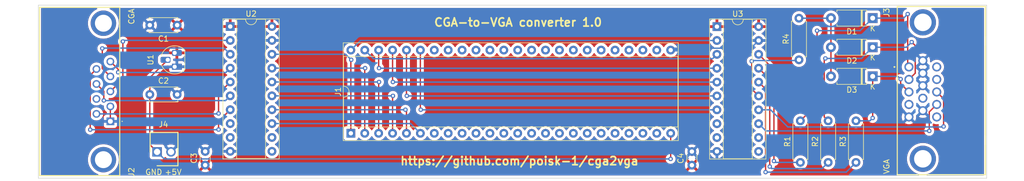
<source format=kicad_pcb>
(kicad_pcb (version 20211014) (generator pcbnew)
  (layers (0 "F.Cu" signal) (31 "B.Cu" signal) (34 "B.Paste" user) (35 "F.Paste" user) (36 "B.SilkS" user "B.Silkscreen") (37 "F.SilkS" user "F.Silkscreen") (38 "B.Mask" user) (39 "F.Mask" user) (44 "Edge.Cuts" user))
  (net 0 "")
  (net 1 "VCC")
  (net 2 "GND")
  (net 3 "+5V")
  (net 4 "VGA_R")
  (net 5 "Net-(D1-Pad2)")
  (net 6 "VGA_G")
  (net 7 "VGA_B")
  (net 8 "/CAP_RGBI_0")
  (net 9 "/CAP_RGBI_1")
  (net 11 "/CAP_RGBI_2")
  (net 13 "/CAP_RGBI_3")
  (net 15 "/CAP_SYNC_0")
  (net 17 "/CAP_SYNC_1")
  (net 44 "/GEN_SYNC_1")
  (net 46 "/GEN_SYNC_0")
  (net 48 "/GEN_RGBI_3")
  (net 50 "/GEN_RGBI_2")
  (net 52 "/GEN_RGBI_1")
  (net 53 "/GEN_RGBI_0")
  (net 54 "CGA_R")
  (net 55 "CGA_G")
  (net 56 "CGA_B")
  (net 57 "CGA_I")
  (net 59 "CGA_HSYNC")
  (net 60 "CGA_VSYNC")
  (net 65 "VGA_HSYNC")
  (net 66 "VGA_VSYNC")
  (net 68 "Net-(R1-Pad1)")
  (net 69 "Net-(R2-Pad1)")
  (net 70 "Net-(R3-Pad1)")
  (net 71 "Net-(R4-Pad1)")
  (footprint "Diode_THT:D_A-405_P7.62mm_Horizontal" (layer "F.Cu") (at 201.168 91.679 180)
    (fp_text reference "D3" (at 3.81 -2.47) (layer "F.SilkS"))
    (fp_text value "1N4007")
    (fp_text user "K" (at 0 -1.9) (layer "F.SilkS"))
    (fp_line (start 1.09 1.47) (end 6.53 1.47) (layer "F.SilkS") (width 0.12))
    (fp_line (start 6.53 -1.47) (end 6.53 -1.14) (layer "F.SilkS") (width 0.12))
    (fp_line (start 1.87 -1.47) (end 1.87 1.47) (layer "F.SilkS") (width 0.12))
    (fp_line (start 1.09 1.14) (end 1.09 1.47) (layer "F.SilkS") (width 0.12))
    (fp_line (start 1.09 -1.14) (end 1.09 -1.47) (layer "F.SilkS") (width 0.12))
    (fp_line (start 1.09 -1.47) (end 6.53 -1.47) (layer "F.SilkS") (width 0.12))
    (fp_line (start 2.11 -1.47) (end 2.11 1.47) (layer "F.SilkS") (width 0.12))
    (fp_line (start 6.53 1.47) (end 6.53 1.14) (layer "F.SilkS") (width 0.12))
    (fp_line (start 1.99 -1.47) (end 1.99 1.47) (layer "F.SilkS") (width 0.12))
    (pad "1" thru_hole rect locked (at 0 0 180) (size 1.8 1.8) (drill 0.9) (layers *.Cu *.Mask) (net 7 "VGA_B"))
    (pad "2" thru_hole oval locked (at 7.62 0 180) (size 1.8 1.8) (drill 0.9) (layers *.Cu *.Mask) (net 5 "Net-(D1-Pad2)"))
  )
  (footprint "Resistor_THT:R_Axial_DIN0207_L6.3mm_D2.5mm_P7.62mm_Horizontal" (layer "F.Cu") (at 187.96 107.442 90)
    (fp_text reference "R1" (at 3.81 -2.37 90) (layer "F.SilkS"))
    (fp_text value "470")
    (fp_line (start 0.54 -1.37) (end 7.08 -1.37) (layer "F.SilkS") (width 0.12))
    (fp_line (start 0.54 -1.04) (end 0.54 -1.37) (layer "F.SilkS") (width 0.12))
    (fp_line (start 7.08 1.37) (end 7.08 1.04) (layer "F.SilkS") (width 0.12))
    (fp_line (start 0.54 1.37) (end 7.08 1.37) (layer "F.SilkS") (width 0.12))
    (fp_line (start 0.54 1.04) (end 0.54 1.37) (layer "F.SilkS") (width 0.12))
    (fp_line (start 7.08 -1.37) (end 7.08 -1.04) (layer "F.SilkS") (width 0.12))
    (pad "1" thru_hole circle locked (at 0 0 90) (size 1.6 1.6) (drill 0.8) (layers *.Cu *.Mask) (net 68 "Net-(R1-Pad1)"))
    (pad "2" thru_hole oval locked (at 7.62 0 90) (size 1.6 1.6) (drill 0.8) (layers *.Cu *.Mask) (net 4 "VGA_R"))
  )
  (footprint "Resistor_THT:R_Axial_DIN0207_L6.3mm_D2.5mm_P7.62mm_Horizontal" (layer "F.Cu") (at 193.04 107.442 90)
    (fp_text reference "R2" (at 3.81 -2.37 90) (layer "F.SilkS"))
    (fp_text value "470")
    (fp_line (start 0.54 1.37) (end 7.08 1.37) (layer "F.SilkS") (width 0.12))
    (fp_line (start 7.08 -1.37) (end 7.08 -1.04) (layer "F.SilkS") (width 0.12))
    (fp_line (start 7.08 1.37) (end 7.08 1.04) (layer "F.SilkS") (width 0.12))
    (fp_line (start 0.54 -1.37) (end 7.08 -1.37) (layer "F.SilkS") (width 0.12))
    (fp_line (start 0.54 -1.04) (end 0.54 -1.37) (layer "F.SilkS") (width 0.12))
    (fp_line (start 0.54 1.04) (end 0.54 1.37) (layer "F.SilkS") (width 0.12))
    (pad "1" thru_hole circle locked (at 0 0 90) (size 1.6 1.6) (drill 0.8) (layers *.Cu *.Mask) (net 69 "Net-(R2-Pad1)"))
    (pad "2" thru_hole oval locked (at 7.62 0 90) (size 1.6 1.6) (drill 0.8) (layers *.Cu *.Mask) (net 6 "VGA_G"))
  )
  (footprint "Resistor_THT:R_Axial_DIN0207_L6.3mm_D2.5mm_P7.62mm_Horizontal" (layer "F.Cu") (at 198.12 107.442 90)
    (fp_text reference "R3" (at 3.81 -2.37 90) (layer "F.SilkS"))
    (fp_text value "470")
    (fp_line (start 0.54 1.04) (end 0.54 1.37) (layer "F.SilkS") (width 0.12))
    (fp_line (start 7.08 1.37) (end 7.08 1.04) (layer "F.SilkS") (width 0.12))
    (fp_line (start 7.08 -1.37) (end 7.08 -1.04) (layer "F.SilkS") (width 0.12))
    (fp_line (start 0.54 -1.37) (end 7.08 -1.37) (layer "F.SilkS") (width 0.12))
    (fp_line (start 0.54 -1.04) (end 0.54 -1.37) (layer "F.SilkS") (width 0.12))
    (fp_line (start 0.54 1.37) (end 7.08 1.37) (layer "F.SilkS") (width 0.12))
    (pad "1" thru_hole circle locked (at 0 0 90) (size 1.6 1.6) (drill 0.8) (layers *.Cu *.Mask) (net 70 "Net-(R3-Pad1)"))
    (pad "2" thru_hole oval locked (at 7.62 0 90) (size 1.6 1.6) (drill 0.8) (layers *.Cu *.Mask) (net 7 "VGA_B"))
  )
  (footprint "Package_DIP:DIP-48_W15.24mm_Socket" (layer "F.Cu") (at 105.852 102.108 90)
    (fp_text reference "J1" (at 7.62 -2.33 90) (layer "F.SilkS"))
    (fp_text value "Conn_02x24_Counter_Clockwise")
    (fp_line (start 14.08 59.75) (end 14.08 -1.33) (layer "F.SilkS") (width 0.12))
    (fp_line (start -1.33 -1.39) (end -1.33 59.81) (layer "F.SilkS") (width 0.12))
    (fp_line (start 16.57 -1.39) (end -1.33 -1.39) (layer "F.SilkS") (width 0.12))
    (fp_line (start 14.08 -1.33) (end 8.62 -1.33) (layer "F.SilkS") (width 0.12))
    (fp_line (start 6.62 -1.33) (end 1.16 -1.33) (layer "F.SilkS") (width 0.12))
    (fp_line (start -1.33 59.81) (end 16.57 59.81) (layer "F.SilkS") (width 0.12))
    (fp_line (start 16.57 59.81) (end 16.57 -1.39) (layer "F.SilkS") (width 0.12))
    (fp_line (start 1.16 -1.33) (end 1.16 59.75) (layer "F.SilkS") (width 0.12))
    (fp_line (start 1.16 59.75) (end 14.08 59.75) (layer "F.SilkS") (width 0.12))
    (fp_arc (start 8.62 -1.33) (mid 7.62 -0.33) (end 6.62 -1.33) (layer "F.SilkS") (width 0.12))
    (pad "1" thru_hole rect locked (at 0 0 90) (size 1.6 1.6) (drill 0.8) (layers *.Cu *.Mask) (net 8 "/CAP_RGBI_0"))
    (pad "2" thru_hole oval locked (at 0 2.54 90) (size 1.6 1.6) (drill 0.8) (layers *.Cu *.Mask) (net 9 "/CAP_RGBI_1"))
    (pad "3" thru_hole oval locked (at 0 5.08 90) (size 1.6 1.6) (drill 0.8) (layers *.Cu *.Mask) (net 11 "/CAP_RGBI_2"))
    (pad "4" thru_hole oval locked (at 0 7.62 90) (size 1.6 1.6) (drill 0.8) (layers *.Cu *.Mask) (net 13 "/CAP_RGBI_3"))
    (pad "5" thru_hole oval locked (at 0 10.16 90) (size 1.6 1.6) (drill 0.8) (layers *.Cu *.Mask) (net 15 "/CAP_SYNC_0"))
    (pad "6" thru_hole oval locked (at 0 12.7 90) (size 1.6 1.6) (drill 0.8) (layers *.Cu *.Mask) (net 17 "/CAP_SYNC_1"))
    (pad "7" thru_hole oval locked (at 0 15.24 90) (size 1.6 1.6) (drill 0.8) (layers *.Cu *.Mask))
    (pad "8" thru_hole oval locked (at 0 17.78 90) (size 1.6 1.6) (drill 0.8) (layers *.Cu *.Mask))
    (pad "9" thru_hole oval locked (at 0 20.32 90) (size 1.6 1.6) (drill 0.8) (layers *.Cu *.Mask))
    (pad "10" thru_hole oval locked (at 0 22.86 90) (size 1.6 1.6) (drill 0.8) (layers *.Cu *.Mask))
    (pad "11" thru_hole oval locked (at 0 25.4 90) (size 1.6 1.6) (drill 0.8) (layers *.Cu *.Mask))
    (pad "12" thru_hole oval locked (at 0 27.94 90) (size 1.6 1.6) (drill 0.8) (layers *.Cu *.Mask))
    (pad "13" thru_hole oval locked (at 0 30.48 90) (size 1.6 1.6) (drill 0.8) (layers *.Cu *.Mask))
    (pad "14" thru_hole oval locked (at 0 33.02 90) (size 1.6 1.6) (drill 0.8) (layers *.Cu *.Mask))
    (pad "15" thru_hole oval locked (at 0 35.56 90) (size 1.6 1.6) (drill 0.8) (layers *.Cu *.Mask))
    (pad "16" thru_hole oval locked (at 0 38.1 90) (size 1.6 1.6) (drill 0.8) (layers *.Cu *.Mask))
    (pad "17" thru_hole oval locked (at 0 40.64 90) (size 1.6 1.6) (drill 0.8) (layers *.Cu *.Mask))
    (pad "18" thru_hole oval locked (at 0 43.18 90) (size 1.6 1.6) (drill 0.8) (layers *.Cu *.Mask))
    (pad "19" thru_hole oval locked (at 0 45.72 90) (size 1.6 1.6) (drill 0.8) (layers *.Cu *.Mask))
    (pad "20" thru_hole oval locked (at 0 48.26 90) (size 1.6 1.6) (drill 0.8) (layers *.Cu *.Mask))
    (pad "21" thru_hole oval locked (at 0 50.8 90) (size 1.6 1.6) (drill 0.8) (layers *.Cu *.Mask))
    (pad "22" thru_hole oval locked (at 0 53.34 90) (size 1.6 1.6) (drill 0.8) (layers *.Cu *.Mask))
    (pad "23" thru_hole oval locked (at 0 55.88 90) (size 1.6 1.6) (drill 0.8) (layers *.Cu *.Mask))
    (pad "24" thru_hole oval locked (at 0 58.42 90) (size 1.6 1.6) (drill 0.8) (layers *.Cu *.Mask) (net 3 "+5V"))
    (pad "25" thru_hole oval locked (at 15.24 58.42 90) (size 1.6 1.6) (drill 0.8) (layers *.Cu *.Mask) (net 2 "GND"))
    (pad "26" thru_hole oval locked (at 15.24 55.88 90) (size 1.6 1.6) (drill 0.8) (layers *.Cu *.Mask))
    (pad "27" thru_hole oval locked (at 15.24 53.34 90) (size 1.6 1.6) (drill 0.8) (layers *.Cu *.Mask))
    (pad "28" thru_hole oval locked (at 15.24 50.8 90) (size 1.6 1.6) (drill 0.8) (layers *.Cu *.Mask))
    (pad "29" thru_hole oval locked (at 15.24 48.26 90) (size 1.6 1.6) (drill 0.8) (layers *.Cu *.Mask))
    (pad "30" thru_hole oval locked (at 15.24 45.72 90) (size 1.6 1.6) (drill 0.8) (layers *.Cu *.Mask))
    (pad "31" thru_hole oval locked (at 15.24 43.18 90) (size 1.6 1.6) (drill 0.8) (layers *.Cu *.Mask))
    (pad "32" thru_hole oval locked (at 15.24 40.64 90) (size 1.6 1.6) (drill 0.8) (layers *.Cu *.Mask))
    (pad "33" thru_hole oval locked (at 15.24 38.1 90) (size 1.6 1.6) (drill 0.8) (layers *.Cu *.Mask))
    (pad "34" thru_hole oval locked (at 15.24 35.56 90) (size 1.6 1.6) (drill 0.8) (layers *.Cu *.Mask))
    (pad "35" thru_hole oval locked (at 15.24 33.02 90) (size 1.6 1.6) (drill 0.8) (layers *.Cu *.Mask))
    (pad "36" thru_hole oval locked (at 15.24 30.48 90) (size 1.6 1.6) (drill 0.8) (layers *.Cu *.Mask))
    (pad "37" thru_hole oval locked (at 15.24 27.94 90) (size 1.6 1.6) (drill 0.8) (layers *.Cu *.Mask))
    (pad "38" thru_hole oval locked (at 15.24 25.4 90) (size 1.6 1.6) (drill 0.8) (layers *.Cu *.Mask))
    (pad "39" thru_hole oval locked (at 15.24 22.86 90) (size 1.6 1.6) (drill 0.8) (layers *.Cu *.Mask))
    (pad "40" thru_hole oval locked (at 15.24 20.32 90) (size 1.6 1.6) (drill 0.8) (layers *.Cu *.Mask))
    (pad "41" thru_hole oval locked (at 15.24 17.78 90) (size 1.6 1.6) (drill 0.8) (layers *.Cu *.Mask))
    (pad "42" thru_hole oval locked (at 15.24 15.24 90) (size 1.6 1.6) (drill 0.8) (layers *.Cu *.Mask))
    (pad "43" thru_hole oval locked (at 15.24 12.7 90) (size 1.6 1.6) (drill 0.8) (layers *.Cu *.Mask) (net 44 "/GEN_SYNC_1"))
    (pad "44" thru_hole oval locked (at 15.24 10.16 90) (size 1.6 1.6) (drill 0.8) (layers *.Cu *.Mask) (net 46 "/GEN_SYNC_0"))
    (pad "45" thru_hole oval locked (at 15.24 7.62 90) (size 1.6 1.6) (drill 0.8) (layers *.Cu *.Mask) (net 48 "/GEN_RGBI_3"))
    (pad "46" thru_hole oval locked (at 15.24 5.08 90) (size 1.6 1.6) (drill 0.8) (layers *.Cu *.Mask) (net 50 "/GEN_RGBI_2"))
    (pad "47" thru_hole oval locked (at 15.24 2.54 90) (size 1.6 1.6) (drill 0.8) (layers *.Cu *.Mask) (net 52 "/GEN_RGBI_1"))
    (pad "48" thru_hole oval locked (at 15.24 0 90) (size 1.6 1.6) (drill 0.8) (layers *.Cu *.Mask) (net 53 "/GEN_RGBI_0"))
  )
  (footprint "Diode_THT:D_A-405_P7.62mm_Horizontal" (layer "F.Cu") (at 201.168 86.345 180)
    (fp_text reference "D2" (at 3.81 -2.47) (layer "F.SilkS"))
    (fp_text value "1N4007")
    (fp_text user "K" (at 0 -1.9) (layer "F.SilkS"))
    (fp_line (start 1.09 -1.47) (end 6.53 -1.47) (layer "F.SilkS") (width 0.12))
    (fp_line (start 6.53 1.47) (end 6.53 1.14) (layer "F.SilkS") (width 0.12))
    (fp_line (start 1.09 1.47) (end 6.53 1.47) (layer "F.SilkS") (width 0.12))
    (fp_line (start 2.11 -1.47) (end 2.11 1.47) (layer "F.SilkS") (width 0.12))
    (fp_line (start 1.87 -1.47) (end 1.87 1.47) (layer "F.SilkS") (width 0.12))
    (fp_line (start 1.09 -1.14) (end 1.09 -1.47) (layer "F.SilkS") (width 0.12))
    (fp_line (start 1.09 1.14) (end 1.09 1.47) (layer "F.SilkS") (width 0.12))
    (fp_line (start 6.53 -1.47) (end 6.53 -1.14) (layer "F.SilkS") (width 0.12))
    (fp_line (start 1.99 -1.47) (end 1.99 1.47) (layer "F.SilkS") (width 0.12))
    (pad "1" thru_hole rect locked (at 0 0 180) (size 1.8 1.8) (drill 0.9) (layers *.Cu *.Mask) (net 6 "VGA_G"))
    (pad "2" thru_hole oval locked (at 7.62 0 180) (size 1.8 1.8) (drill 0.9) (layers *.Cu *.Mask) (net 5 "Net-(D1-Pad2)"))
  )
  (footprint "cga2vga:SHDR2W66P0X254_1X2_508X572X813P" (layer "F.Cu") (at 70.4596 105.5116)
    (fp_text reference "J4" (at 1.1684 -5.0292) (layer "F.SilkS") (effects (font (thickness 0.14986))))
    (fp_text value "5V" hide)
    (fp_line (start 0 2.54) (end 3.81 2.54) (layer "F.SilkS") (width 0.2))
    (fp_line (start -1.27 -3.556) (end -1.27 0) (layer "F.SilkS") (width 0.2))
    (fp_line (start 3.81 2.54) (end 3.81 -3.556) (layer "F.SilkS") (width 0.2))
    (fp_line (start 3.81 -3.556) (end -1.27 -3.556) (layer "F.SilkS") (width 0.2))
    (pad "1" thru_hole rect locked (at 0 0) (size 1.725 1.725) (drill 1.15) (layers *.Cu *.Mask) (net 3 "+5V"))
    (pad "2" thru_hole circle locked (at 2.54 0) (size 1.725 1.725) (drill 1.15) (layers *.Cu *.Mask) (net 2 "GND"))
  )
  (footprint "Package_DIP:DIP-20_W7.62mm_Socket" (layer "F.Cu") (at 83.82 82.55)
    (fp_text reference "U2" (at 3.81 -2.33) (layer "F.SilkS"))
    (fp_text value "SN74LVC245A")
    (fp_line (start 1.16 -1.33) (end 1.16 24.19) (layer "F.SilkS") (width 0.12))
    (fp_line (start 8.95 -1.39) (end -1.33 -1.39) (layer "F.SilkS") (width 0.12))
    (fp_line (start 1.16 24.19) (end 6.46 24.19) (layer "F.SilkS") (width 0.12))
    (fp_line (start -1.33 24.25) (end 8.95 24.25) (layer "F.SilkS") (width 0.12))
    (fp_line (start 8.95 24.25) (end 8.95 -1.39) (layer "F.SilkS") (width 0.12))
    (fp_line (start 6.46 -1.33) (end 4.81 -1.33) (layer "F.SilkS") (width 0.12))
    (fp_line (start 2.81 -1.33) (end 1.16 -1.33) (layer "F.SilkS") (width 0.12))
    (fp_line (start 6.46 24.19) (end 6.46 -1.33) (layer "F.SilkS") (width 0.12))
    (fp_line (start -1.33 -1.39) (end -1.33 24.25) (layer "F.SilkS") (width 0.12))
    (fp_arc (start 4.81 -1.33) (mid 3.81 -0.33) (end 2.81 -1.33) (layer "F.SilkS") (width 0.12))
    (pad "1" thru_hole rect locked (at 0 0) (size 1.6 1.6) (drill 0.8) (layers *.Cu *.Mask) (net 1 "VCC"))
    (pad "2" thru_hole oval locked (at 0 2.54) (size 1.6 1.6) (drill 0.8) (layers *.Cu *.Mask) (net 54 "CGA_R"))
    (pad "3" thru_hole oval locked (at 0 5.08) (size 1.6 1.6) (drill 0.8) (layers *.Cu *.Mask) (net 55 "CGA_G"))
    (pad "4" thru_hole oval locked (at 0 7.62) (size 1.6 1.6) (drill 0.8) (layers *.Cu *.Mask) (net 56 "CGA_B"))
    (pad "5" thru_hole oval locked (at 0 10.16) (size 1.6 1.6) (drill 0.8) (layers *.Cu *.Mask) (net 57 "CGA_I"))
    (pad "6" thru_hole oval locked (at 0 12.7) (size 1.6 1.6) (drill 0.8) (layers *.Cu *.Mask) (net 59 "CGA_HSYNC"))
    (pad "7" thru_hole oval locked (at 0 15.24) (size 1.6 1.6) (drill 0.8) (layers *.Cu *.Mask) (net 60 "CGA_VSYNC"))
    (pad "8" thru_hole oval locked (at 0 17.78) (size 1.6 1.6) (drill 0.8) (layers *.Cu *.Mask))
    (pad "9" thru_hole oval locked (at 0 20.32) (size 1.6 1.6) (drill 0.8) (layers *.Cu *.Mask))
    (pad "10" thru_hole oval locked (at 0 22.86) (size 1.6 1.6) (drill 0.8) (layers *.Cu *.Mask) (net 2 "GND"))
    (pad "11" thru_hole oval locked (at 7.62 22.86) (size 1.6 1.6) (drill 0.8) (layers *.Cu *.Mask))
    (pad "12" thru_hole oval locked (at 7.62 20.32) (size 1.6 1.6) (drill 0.8) (layers *.Cu *.Mask))
    (pad "13" thru_hole oval locked (at 7.62 17.78) (size 1.6 1.6) (drill 0.8) (layers *.Cu *.Mask) (net 17 "/CAP_SYNC_1"))
    (pad "14" thru_hole oval locked (at 7.62 15.24) (size 1.6 1.6) (drill 0.8) (layers *.Cu *.Mask) (net 15 "/CAP_SYNC_0"))
    (pad "15" thru_hole oval locked (at 7.62 12.7) (size 1.6 1.6) (drill 0.8) (layers *.Cu *.Mask) (net 13 "/CAP_RGBI_3"))
    (pad "16" thru_hole oval locked (at 7.62 10.16) (size 1.6 1.6) (drill 0.8) (layers *.Cu *.Mask) (net 11 "/CAP_RGBI_2"))
    (pad "17" thru_hole oval locked (at 7.62 7.62) (size 1.6 1.6) (drill 0.8) (layers *.Cu *.Mask) (net 9 "/CAP_RGBI_1"))
    (pad "18" thru_hole oval locked (at 7.62 5.08) (size 1.6 1.6) (drill 0.8) (layers *.Cu *.Mask) (net 8 "/CAP_RGBI_0"))
    (pad "19" thru_hole oval locked (at 7.62 2.54) (size 1.6 1.6) (drill 0.8) (layers *.Cu *.Mask) (net 2 "GND"))
    (pad "20" thru_hole oval locked (at 7.62 0) (size 1.6 1.6) (drill 0.8) (layers *.Cu *.Mask) (net 1 "VCC"))
  )
  (footprint "Resistor_THT:R_Axial_DIN0207_L6.3mm_D2.5mm_P7.62mm_Horizontal" (layer "F.Cu") (at 187.706 88.646 90)
    (fp_text reference "R4" (at 3.81 -2.37 90) (layer "F.SilkS"))
    (fp_text value "470")
    (fp_line (start 0.54 -1.37) (end 7.08 -1.37) (layer "F.SilkS") (width 0.12))
    (fp_line (start 7.08 -1.37) (end 7.08 -1.04) (layer "F.SilkS") (width 0.12))
    (fp_line (start 0.54 1.04) (end 0.54 1.37) (layer "F.SilkS") (width 0.12))
    (fp_line (start 0.54 -1.04) (end 0.54 -1.37) (layer "F.SilkS") (width 0.12))
    (fp_line (start 0.54 1.37) (end 7.08 1.37) (layer "F.SilkS") (width 0.12))
    (fp_line (start 7.08 1.37) (end 7.08 1.04) (layer "F.SilkS") (width 0.12))
    (pad "1" thru_hole circle locked (at 0 0 90) (size 1.6 1.6) (drill 0.8) (layers *.Cu *.Mask) (net 71 "Net-(R4-Pad1)"))
    (pad "2" thru_hole oval locked (at 7.62 0 90) (size 1.6 1.6) (drill 0.8) (layers *.Cu *.Mask) (net 5 "Net-(D1-Pad2)"))
  )
  (footprint "Diode_THT:D_A-405_P7.62mm_Horizontal" (layer "F.Cu") (at 201.168 81.011 180)
    (fp_text reference "D1" (at 3.81 -2.47) (layer "F.SilkS"))
    (fp_text value "1N4007")
    (fp_text user "K" (at 0 -1.9) (layer "F.SilkS"))
    (fp_line (start 1.09 1.14) (end 1.09 1.47) (layer "F.SilkS") (width 0.12))
    (fp_line (start 1.09 -1.14) (end 1.09 -1.47) (layer "F.SilkS") (width 0.12))
    (fp_line (start 1.09 1.47) (end 6.53 1.47) (layer "F.SilkS") (width 0.12))
    (fp_line (start 6.53 -1.47) (end 6.53 -1.14) (layer "F.SilkS") (width 0.12))
    (fp_line (start 1.87 -1.47) (end 1.87 1.47) (layer "F.SilkS") (width 0.12))
    (fp_line (start 6.53 1.47) (end 6.53 1.14) (layer "F.SilkS") (width 0.12))
    (fp_line (start 2.11 -1.47) (end 2.11 1.47) (layer "F.SilkS") (width 0.12))
    (fp_line (start 1.09 -1.47) (end 6.53 -1.47) (layer "F.SilkS") (width 0.12))
    (fp_line (start 1.99 -1.47) (end 1.99 1.47) (layer "F.SilkS") (width 0.12))
    (pad "1" thru_hole rect locked (at 0 0 180) (size 1.8 1.8) (drill 0.9) (layers *.Cu *.Mask) (net 4 "VGA_R"))
    (pad "2" thru_hole oval locked (at 7.62 0 180) (size 1.8 1.8) (drill 0.9) (layers *.Cu *.Mask) (net 5 "Net-(D1-Pad2)"))
  )
  (footprint "cga2vga:LD09S13A4GX00LF" (layer "F.Cu") (at 61.9252 99.9236 -90)
    (fp_text reference "J2" (at 9.2964 -3.8608 -90) (layer "F.SilkS"))
    (fp_text value "CGA" (at -19.2024 -3.8608 -90) (layer "F.SilkS"))
    (fp_line (start -20.885 -1.71) (end 9.925 -1.71) (layer "F.SilkS") (width 0.2))
    (fp_line (start 9.925 -1.71) (end 9.925 12.94) (layer "F.SilkS") (width 0.2))
    (fp_line (start 0 -2.1) (end 0 -2.1) (layer "F.SilkS") (width 0.1))
    (fp_line (start -20.885 12.94) (end -20.885 -1.71) (layer "F.SilkS") (width 0.2))
    (fp_line (start 9.925 12.94) (end -20.885 12.94) (layer "F.SilkS") (width 0.2))
    (fp_line (start 0 -2.2) (end 0 -2.2) (layer "F.SilkS") (width 0.1))
    (fp_arc (start 0 -2.1) (mid -0.05 -2.15) (end 0 -2.2) (layer "F.SilkS") (width 0.1))
    (fp_arc (start 0 -2.2) (mid 0.05 -2.15) (end 0 -2.1) (layer "F.SilkS") (width 0.1))
    (pad "1" thru_hole rect (at 0 0 270) (size 1.4 1.4) (drill 0.9) (layers *.Cu *.Mask) (net 2 "GND"))
    (pad "2" thru_hole circle (at -2.74 0 270) (size 1.4 1.4) (drill 0.9) (layers *.Cu *.Mask) (net 2 "GND"))
    (pad "3" thru_hole circle (at -5.48 0 270) (size 1.4 1.4) (drill 0.9) (layers *.Cu *.Mask) (net 54 "CGA_R"))
    (pad "4" thru_hole circle (at -8.22 0 270) (size 1.4 1.4) (drill 0.9) (layers *.Cu *.Mask) (net 55 "CGA_G"))
    (pad "5" thru_hole circle (at -10.96 0 270) (size 1.4 1.4) (drill 0.9) (layers *.Cu *.Mask) (net 56 "CGA_B"))
    (pad "6" thru_hole circle (at -1.37 2.54 270) (size 1.4 1.4) (drill 0.9) (layers *.Cu *.Mask) (net 57 "CGA_I"))
    (pad "7" thru_hole circle (at -4.11 2.54 270) (size 1.4 1.4) (drill 0.9) (layers *.Cu *.Mask))
    (pad "8" thru_hole circle (at -6.85 2.54 270) (size 1.4 1.4) (drill 0.9) (layers *.Cu *.Mask) (net 59 "CGA_HSYNC"))
    (pad "9" thru_hole circle (at -9.59 2.54 270) (size 1.4 1.4) (drill 0.9) (layers *.Cu *.Mask) (net 60 "CGA_VSYNC"))
    (pad "MH1" thru_hole circle (at 7.015 1.27 270) (size 4.65 4.65) (drill 3.1) (layers *.Cu *.Mask))
    (pad "MH2" thru_hole circle (at -17.975 1.27 270) (size 4.65 4.65) (drill 3.1) (layers *.Cu *.Mask))
  )
  (footprint "Package_DIP:DIP-20_W7.62mm_Socket" (layer "F.Cu") (at 172.72 82.57)
    (fp_text reference "U3" (at 3.81 -2.33) (layer "F.SilkS"))
    (fp_text value "SN74LVC245A")
    (fp_line (start 6.46 -1.33) (end 4.81 -1.33) (layer "F.SilkS") (width 0.12))
    (fp_line (start 1.16 24.19) (end 6.46 24.19) (layer "F.SilkS") (width 0.12))
    (fp_line (start 8.95 24.25) (end 8.95 -1.39) (layer "F.SilkS") (width 0.12))
    (fp_line (start 1.16 -1.33) (end 1.16 24.19) (layer "F.SilkS") (width 0.12))
    (fp_line (start 8.95 -1.39) (end -1.33 -1.39) (layer "F.SilkS") (width 0.12))
    (fp_line (start -1.33 -1.39) (end -1.33 24.25) (layer "F.SilkS") (width 0.12))
    (fp_line (start -1.33 24.25) (end 8.95 24.25) (layer "F.SilkS") (width 0.12))
    (fp_line (start 6.46 24.19) (end 6.46 -1.33) (layer "F.SilkS") (width 0.12))
    (fp_line (start 2.81 -1.33) (end 1.16 -1.33) (layer "F.SilkS") (width 0.12))
    (fp_arc (start 4.81 -1.33) (mid 3.81 -0.33) (end 2.81 -1.33) (layer "F.SilkS") (width 0.12))
    (pad "1" thru_hole rect locked (at 0 0) (size 1.6 1.6) (drill 0.8) (layers *.Cu *.Mask) (net 1 "VCC"))
    (pad "2" thru_hole oval locked (at 0 2.54) (size 1.6 1.6) (drill 0.8) (layers *.Cu *.Mask) (net 53 "/GEN_RGBI_0"))
    (pad "3" thru_hole oval locked (at 0 5.08) (size 1.6 1.6) (drill 0.8) (layers *.Cu *.Mask) (net 52 "/GEN_RGBI_1"))
    (pad "4" thru_hole oval locked (at 0 7.62) (size 1.6 1.6) (drill 0.8) (layers *.Cu *.Mask) (net 50 "/GEN_RGBI_2"))
    (pad "5" thru_hole oval locked (at 0 10.16) (size 1.6 1.6) (drill 0.8) (layers *.Cu *.Mask) (net 48 "/GEN_RGBI_3"))
    (pad "6" thru_hole oval locked (at 0 12.7) (size 1.6 1.6) (drill 0.8) (layers *.Cu *.Mask) (net 46 "/GEN_SYNC_0"))
    (pad "7" thru_hole oval locked (at 0 15.24) (size 1.6 1.6) (drill 0.8) (layers *.Cu *.Mask) (net 44 "/GEN_SYNC_1"))
    (pad "8" thru_hole oval locked (at 0 17.78) (size 1.6 1.6) (drill 0.8) (layers *.Cu *.Mask))
    (pad "9" thru_hole oval locked (at 0 20.32) (size 1.6 1.6) (drill 0.8) (layers *.Cu *.Mask))
    (pad "10" thru_hole oval locked (at 0 22.86) (size 1.6 1.6) (drill 0.8) (layers *.Cu *.Mask) (net 2 "GND"))
    (pad "11" thru_hole oval locked (at 7.62 22.86) (size 1.6 1.6) (drill 0.8) (layers *.Cu *.Mask))
    (pad "12" thru_hole oval locked (at 7.62 20.32) (size 1.6 1.6) (drill 0.8) (layers *.Cu *.Mask))
    (pad "13" thru_hole oval locked (at 7.62 17.78) (size 1.6 1.6) (drill 0.8) (layers *.Cu *.Mask) (net 66 "VGA_VSYNC"))
    (pad "14" thru_hole oval locked (at 7.62 15.24) (size 1.6 1.6) (drill 0.8) (layers *.Cu *.Mask) (net 65 "VGA_HSYNC"))
    (pad "15" thru_hole oval locked (at 7.62 12.7) (size 1.6 1.6) (drill 0.8) (layers *.Cu *.Mask) (net 71 "Net-(R4-Pad1)"))
    (pad "16" thru_hole oval locked (at 7.62 10.16) (size 1.6 1.6) (drill 0.8) (layers *.Cu *.Mask) (net 70 "Net-(R3-Pad1)"))
    (pad "17" thru_hole oval locked (at 7.62 7.62) (size 1.6 1.6) (drill 0.8) (layers *.Cu *.Mask) (net 69 "Net-(R2-Pad1)"))
    (pad "18" thru_hole oval locked (at 7.62 5.08) (size 1.6 1.6) (drill 0.8) (layers *.Cu *.Mask) (net 68 "Net-(R1-Pad1)"))
    (pad "19" thru_hole oval locked (at 7.62 2.54) (size 1.6 1.6) (drill 0.8) (layers *.Cu *.Mask) (net 2 "GND"))
    (pad "20" thru_hole oval locked (at 7.62 0) (size 1.6 1.6) (drill 0.8) (layers *.Cu *.Mask) (net 1 "VCC"))
  )
  (footprint "Capacitor_THT:C_Disc_D5.0mm_W2.5mm_P5.00mm" (layer "F.Cu") (at 69.128 94.996)
    (fp_text reference "C2" (at 2.5 -2.5) (layer "F.SilkS"))
    (fp_text value "10uF")
    (fp_line (start -0.12 1.37) (end 5.12 1.37) (layer "F.SilkS") (width 0.12))
    (fp_line (start -0.12 -1.37) (end -0.12 -1.055) (layer "F.SilkS") (width 0.12))
    (fp_line (start 5.12 1.055) (end 5.12 1.37) (layer "F.SilkS") (width 0.12))
    (fp_line (start 5.12 -1.37) (end 5.12 -1.055) (layer "F.SilkS") (width 0.12))
    (fp_line (start -0.12 -1.37) (end 5.12 -1.37) (layer "F.SilkS") (width 0.12))
    (fp_line (start -0.12 1.055) (end -0.12 1.37) (layer "F.SilkS") (width 0.12))
    (pad "1" thru_hole circle locked (at 0 0) (size 1.6 1.6) (drill 0.8) (layers *.Cu *.Mask) (net 3 "+5V"))
    (pad "2" thru_hole circle locked (at 5 0) (size 1.6 1.6) (drill 0.8) (layers *.Cu *.Mask) (net 2 "GND"))
  )
  (footprint "Package_TO_SOT_THT:TO-92_HandSolder" (layer "F.Cu") (at 73.672 89.916 90)
    (fp_text reference "U1" (at 1.27 -4.4 90) (layer "F.SilkS"))
    (fp_text value "MCP1700-3302E_TO92")
    (fp_line (start -0.53 1.85) (end 3.07 1.85) (layer "F.SilkS") (width 0.12))
    (fp_arc (start 2.05 -2.45) (mid 3.769931 -0.601036) (end 3.078445 1.827684) (layer "F.SilkS") (width 0.12))
    (fp_arc (start -0.541875 1.841741) (mid -1.247231 -0.581764) (end 0.45 -2.45) (layer "F.SilkS") (width 0.12))
    (pad "1" thru_hole rect locked (at 0 0 90) (size 1.1 1.8) (drill 0.75 (offset 0 0.4)) (layers *.Cu *.Mask) (net 2 "GND"))
    (pad "2" thru_hole roundrect locked (at 1.27 -1.27 90) (size 1.1 1.8) (drill 0.75 (offset 0 -0.4)) (layers *.Cu *.Mask) (net 3 "+5V"))
    (pad "3" thru_hole roundrect locked (at 2.54 0 90) (size 1.1 1.8) (drill 0.75 (offset 0 0.4)) (layers *.Cu *.Mask) (net 1 "VCC"))
  )
  (footprint "Capacitor_THT:C_Disc_D5.0mm_W2.5mm_P5.00mm" (layer "F.Cu") (at 74.128 82.296 180)
    (fp_text reference "C1" (at 2.5 -2.5) (layer "F.SilkS"))
    (fp_text value "10uF")
    (fp_line (start -0.12 1.37) (end 5.12 1.37) (layer "F.SilkS") (width 0.12))
    (fp_line (start 5.12 -1.37) (end 5.12 -1.055) (layer "F.SilkS") (width 0.12))
    (fp_line (start -0.12 1.055) (end -0.12 1.37) (layer "F.SilkS") (width 0.12))
    (fp_line (start -0.12 -1.37) (end -0.12 -1.055) (layer "F.SilkS") (width 0.12))
    (fp_line (start -0.12 -1.37) (end 5.12 -1.37) (layer "F.SilkS") (width 0.12))
    (fp_line (start 5.12 1.055) (end 5.12 1.37) (layer "F.SilkS") (width 0.12))
    (pad "1" thru_hole circle locked (at 0 0 180) (size 1.6 1.6) (drill 0.8) (layers *.Cu *.Mask) (net 1 "VCC"))
    (pad "2" thru_hole circle locked (at 5 0 180) (size 1.6 1.6) (drill 0.8) (layers *.Cu *.Mask) (net 2 "GND"))
  )
  (footprint "cga2vga:L77HDE15SD1CH4F" (layer "F.Cu") (at 207.7928 89.9548 90)
    (fp_text reference "J3" (at 9.9448 -4.0848 90) (layer "F.SilkS"))
    (fp_text value "VGA" (at -18.2492 -4.0848 90) (layer "F.SilkS"))
    (fp_line (start 5.67 13.97) (end 10.67 13.97) (layer "F.SilkS") (width 0.2))
    (fp_line (start -19.33 13.97) (end -14.33 13.97) (layer "F.SilkS") (width 0.2))
    (fp_line (start 11.075 -2.13) (end 11.075 13.97) (layer "F.SilkS") (width 0.2))
    (fp_line (start 0 -2.7) (end 0 -2.7) (layer "F.SilkS") (width 0.2))
    (fp_line (start -19.735 13.97) (end -19.735 -2.13) (layer "F.SilkS") (width 0.2))
    (fp_line (start -19.735 -2.13) (end 11.075 -2.13) (layer "F.SilkS") (width 0.2))
    (fp_line (start 11.075 13.97) (end -19.735 13.97) (layer "F.SilkS") (width 0.2))
    (fp_line (start 0 -2.6) (end 0 -2.6) (layer "F.SilkS") (width 0.2))
    (fp_line (start 0 -2.7) (end 0 -2.6) (layer "F.SilkS") (width 0.2))
    (fp_line (start -12.495 13.97) (end 3.835 13.97) (layer "F.SilkS") (width 0.2))
    (fp_arc (start 0 -2.6) (mid -0.05 -2.65) (end 0 -2.7) (layer "F.SilkS") (width 0.2))
    (fp_arc (start 0 -2.7) (mid 0.05 -2.65) (end 0 -2.6) (layer "F.SilkS") (width 0.2))
    (pad "1" thru_hole circle (at 0 0 90) (size 1.65 1.65) (drill 1.1) (layers *.Cu *.Mask) (net 4 "VGA_R"))
    (pad "2" thru_hole circle (at -2.29 0 90) (size 1.65 1.65) (drill 1.1) (layers *.Cu *.Mask) (net 6 "VGA_G"))
    (pad "3" thru_hole circle (at -4.58 0 90) (size 1.65 1.65) (drill 1.1) (layers *.Cu *.Mask) (net 7 "VGA_B"))
    (pad "4" thru_hole circle (at -6.87 0 90) (size 1.65 1.65) (drill 1.1) (layers *.Cu *.Mask))
    (pad "5" thru_hole circle (at -9.16 0 90) (size 1.65 1.65) (drill 1.1) (layers *.Cu *.Mask) (net 2 "GND"))
    (pad "6" thru_hole circle (at 1.145 2.54 90) (size 1.65 1.65) (drill 1.1) (layers *.Cu *.Mask) (net 2 "GND"))
    (pad "7" thru_hole circle (at -1.145 2.54 90) (size 1.65 1.65) (drill 1.1) (layers *.Cu *.Mask) (net 2 "GND"))
    (pad "8" thru_hole circle (at -3.435 2.54 90) (size 1.65 1.65) (drill 1.1) (layers *.Cu *.Mask) (net 2 "GND"))
    (pad "9" thru_hole circle (at -5.725 2.54 90) (size 1.65 1.65) (drill 1.1) (layers *.Cu *.Mask))
    (pad "10" thru_hole circle (at -8.015 2.54 90) (size 1.65 1.65) (drill 1.1) (layers *.Cu *.Mask) (net 2 "GND"))
    (pad "11" thru_hole circle (at 0 5.08 90) (size 1.65 1.65) (drill 1.1) (layers *.Cu *.Mask))
    (pad "12" thru_hole circle (at -2.29 5.08 90) (size 1.65 1.65) (drill 1.1) (layers *.Cu *.Mask))
    (pad "13" thru_hole circle (at -4.58 5.08 90) (size 1.65 1.65) (drill 1.1) (layers *.Cu *.Mask) (net 65 "VGA_HSYNC"))
    (pad "14" thru_hole circle (at -6.87 5.08 90) (size 1.65 1.65) (drill 1.1) (layers *.Cu *.Mask) (net 66 "VGA_VSYNC"))
    (pad "15" thru_hole circle (at -9.16 5.08 90) (size 1.65 1.65) (drill 1.1) (layers *.Cu *.Mask))
    (pad "MH1" thru_hole circle (at -16.825 2.54 90) (size 4.8 4.8) (drill 3.2) (layers *.Cu *.Mask))
    (pad "MH2" thru_hole circle (at 8.165 2.54 90) (size 4.8 4.8) (drill 3.2) (layers *.Cu *.Mask))
  )
  (footprint "Capacitor_THT:C_Disc_D3.0mm_W1.6mm_P2.50mm" (layer "F.Cu") (at 168.148 107.95 90)
    (fp_text reference "C4" (at 1.25 -2.05 90) (layer "F.SilkS"))
    (fp_text value "0.1uF")
    (fp_line (start 0.621 0.92) (end 1.879 0.92) (layer "F.SilkS") (width 0.12))
    (fp_line (start 0.621 -0.92) (end 1.879 -0.92) (layer "F.SilkS") (width 0.12))
    (pad "1" thru_hole circle locked (at 0 0 90) (size 1.6 1.6) (drill 0.8) (layers *.Cu *.Mask) (net 1 "VCC"))
    (pad "2" thru_hole circle locked (at 2.5 0 90) (size 1.6 1.6) (drill 0.8) (layers *.Cu *.Mask) (net 2 "GND"))
  )
  (footprint "Capacitor_THT:C_Disc_D3.0mm_W1.6mm_P2.50mm" (layer "F.Cu") (at 79.248 107.93 90)
    (fp_text reference "C3" (at 1.25 -2.05 90) (layer "F.SilkS"))
    (fp_text value "0.1uF")
    (fp_line (start 0.621 0.92) (end 1.879 0.92) (layer "F.SilkS") (width 0.12))
    (fp_line (start 0.621 -0.92) (end 1.879 -0.92) (layer "F.SilkS") (width 0.12))
    (pad "1" thru_hole circle locked (at 0 0 90) (size 1.6 1.6) (drill 0.8) (layers *.Cu *.Mask) (net 1 "VCC"))
    (pad "2" thru_hole circle locked (at 2.5 0 90) (size 1.6 1.6) (drill 0.8) (layers *.Cu *.Mask) (net 2 "GND"))
  )
  (gr_line (start 48.768 78.6384) (end 48.768 110.3376) (layer "Edge.Cuts") (width 0.1))
  (gr_line (start 48.768 110.3376) (end 221.996 110.3376) (layer "Edge.Cuts") (width 0.1))
  (gr_line (start 221.996 110.236) (end 221.996 110.3376) (layer "Edge.Cuts") (width 0.1))
  (gr_line (start 221.996 110.236) (end 221.996 78.74) (layer "Edge.Cuts") (width 0.1))
  (gr_line (start 48.768 78.6384) (end 221.996 78.6384) (layer "Edge.Cuts") (width 0.1))
  (gr_line (start 221.996 78.74) (end 221.996 78.6384) (layer "Edge.Cuts") (width 0.1))
  (gr_text "CGA-to-VGA converter 1.0" (at 136.398 81.788) (layer "F.SilkS") (effects (font (size 1.5 1.5) (thickness 0.3))))
  (gr_text "GND" (at 69.85 109.22) (layer "F.SilkS") (effects (font (size 1 1) (thickness 0.14986))))
  (gr_text "+5V" (at 73.406 109.22) (layer "F.SilkS") (effects (font (size 1 1) (thickness 0.14986))))
  (gr_text "https://github.com/poisk-1/cga2vga" (at 136.652 107.188) (layer "F.SilkS") (effects (font (size 1.5 1.5) (thickness 0.3))))
  (segment (start 61.9252 97.1836) (end 61.9252 99.9236) (width 0.25) (layer "F.Cu") (net 2))
  (segment (start 178.924511 86.525489) (end 180.34 85.11) (width 0.25) (layer "B.Cu") (net 2))
  (segment (start 164.614511 86.525489) (end 178.924511 86.525489) (width 0.25) (layer "B.Cu") (net 2))
  (segment (start 164.272 86.868) (end 164.614511 86.525489) (width 0.25) (layer "B.Cu") (net 2))
  (segment (start 164.2618 106.807) (end 164.272 106.7968) (width 0.25) (layer "F.Cu") (net 3))
  (segment (start 164.272 106.7968) (end 164.272 102.108) (width 0.25) (layer "F.Cu") (net 3))
  (segment (start 69.128 91.92) (end 69.128 94.996) (width 0.25) (layer "F.Cu") (net 3))
  (segment (start 72.402 88.646) (end 69.128 91.92) (width 0.25) (layer "F.Cu") (net 3))
  (segment (start 69.128 94.996) (end 69.128 104.18) (width 0.25) (layer "F.Cu") (net 3))
  (segment (start 69.128 104.18) (end 70.4596 105.5116) (width 0.25) (layer "F.Cu") (net 3))
  (via (at 164.2618 106.807) (size 0.8) (drill 0.4) (layers "F.Cu" "B.Cu") (net 3))
  (segment (start 164.260289 106.805489) (end 164.2618 106.807) (width 0.25) (layer "B.Cu") (net 3))
  (segment (start 70.4596 105.5116) (end 71.753489 106.805489) (width 0.25) (layer "B.Cu") (net 3))
  (segment (start 71.753489 106.805489) (end 164.260289 106.805489) (width 0.25) (layer "B.Cu") (net 3))
  (segment (start 207.5688 80.264) (end 207.5688 89.7308) (width 0.25) (layer "F.Cu") (net 4))
  (segment (start 191.008 83.312) (end 191.008 96.774) (width 0.25) (layer "F.Cu") (net 4))
  (segment (start 191.008 96.774) (end 187.96 99.822) (width 0.25) (layer "F.Cu") (net 4))
  (segment (start 207.5688 89.7308) (end 207.7928 89.9548) (width 0.25) (layer "F.Cu") (net 4))
  (via (at 207.5688 80.264) (size 0.8) (drill 0.4) (layers "F.Cu" "B.Cu") (net 4))
  (via (at 191.008 83.312) (size 0.8) (drill 0.4) (layers "F.Cu" "B.Cu") (net 4))
  (segment (start 201.168 81.011) (end 198.867 83.312) (width 0.25) (layer "B.Cu") (net 4))
  (segment (start 198.867 83.312) (end 191.008 83.312) (width 0.25) (layer "B.Cu") (net 4))
  (segment (start 201.168 81.011) (end 206.8218 81.011) (width 0.25) (layer "B.Cu") (net 4))
  (segment (start 206.8218 81.011) (end 207.5688 80.264) (width 0.25) (layer "B.Cu") (net 4))
  (segment (start 193.548 81.011) (end 193.548 91.679) (width 0.25) (layer "F.Cu") (net 5))
  (segment (start 187.706 81.026) (end 193.533 81.026) (width 0.25) (layer "B.Cu") (net 5))
  (segment (start 208.2933 85.3948) (end 208.942311 86.043811) (width 0.25) (layer "F.Cu") (net 6))
  (segment (start 192.323489 99.105489) (end 193.04 99.822) (width 0.25) (layer "F.Cu") (net 6))
  (segment (start 208.942311 86.043811) (end 208.942311 91.095289) (width 0.25) (layer "F.Cu") (net 6))
  (segment (start 192.323489 88.600511) (end 192.323489 99.105489) (width 0.25) (layer "F.Cu") (net 6))
  (segment (start 192.532 88.392) (end 192.323489 88.600511) (width 0.25) (layer "F.Cu") (net 6))
  (segment (start 208.942311 91.095289) (end 207.7928 92.2448) (width 0.25) (layer "F.Cu") (net 6))
  (via (at 192.532 88.392) (size 0.8) (drill 0.4) (layers "F.Cu" "B.Cu") (net 6))
  (via (at 208.2933 85.3948) (size 0.8) (drill 0.4) (layers "F.Cu" "B.Cu") (net 6))
  (segment (start 201.168 86.345) (end 207.3431 86.345) (width 0.25) (layer "B.Cu") (net 6))
  (segment (start 201.168 86.345) (end 199.121 88.392) (width 0.25) (layer "B.Cu") (net 6))
  (segment (start 207.3431 86.345) (end 208.2933 85.3948) (width 0.25) (layer "B.Cu") (net 6))
  (segment (start 199.121 88.392) (end 192.532 88.392) (width 0.25) (layer "B.Cu") (net 6))
  (segment (start 206.2734 92.1766) (end 206.2734 93.0154) (width 0.25) (layer "F.Cu") (net 7))
  (segment (start 201.168 91.679) (end 201.168 99.314) (width 0.25) (layer "F.Cu") (net 7))
  (segment (start 206.2734 93.0154) (end 207.7928 94.5348) (width 0.25) (layer "F.Cu") (net 7))
  (via (at 206.2734 92.1766) (size 0.8) (drill 0.4) (layers "F.Cu" "B.Cu") (net 7))
  (via (at 201.168 99.314) (size 0.8) (drill 0.4) (layers "F.Cu" "B.Cu") (net 7))
  (segment (start 201.168 99.314) (end 200.66 99.822) (width 0.25) (layer "B.Cu") (net 7))
  (segment (start 201.168 91.679) (end 205.7758 91.679) (width 0.25) (layer "B.Cu") (net 7))
  (segment (start 200.66 99.822) (end 198.12 99.822) (width 0.25) (layer "B.Cu") (net 7))
  (segment (start 205.7758 91.679) (end 206.2734 92.1766) (width 0.25) (layer "B.Cu") (net 7))
  (segment (start 105.852 88.712) (end 105.852 102.108) (width 0.25) (layer "F.Cu") (net 8))
  (segment (start 105.918 88.646) (end 105.852 88.712) (width 0.25) (layer "F.Cu") (net 8))
  (via (at 105.918 88.646) (size 0.8) (drill 0.4) (layers "F.Cu" "B.Cu") (net 8))
  (segment (start 91.44 87.63) (end 104.902 87.63) (width 0.25) (layer "B.Cu") (net 8))
  (segment (start 104.902 87.63) (end 105.918 88.646) (width 0.25) (layer "B.Cu") (net 8))
  (segment (start 108.458 90.17) (end 108.392 90.236) (width 0.25) (layer "F.Cu") (net 9))
  (segment (start 108.392 90.236) (end 108.392 102.108) (width 0.25) (layer "F.Cu") (net 9))
  (via (at 108.458 90.17) (size 0.8) (drill 0.4) (layers "F.Cu" "B.Cu") (net 9))
  (segment (start 91.44 90.17) (end 108.458 90.17) (width 0.25) (layer "B.Cu") (net 9))
  (segment (start 110.932 92.776) (end 110.932 102.108) (width 0.25) (layer "F.Cu") (net 11))
  (segment (start 110.998 92.71) (end 110.932 92.776) (width 0.25) (layer "F.Cu") (net 11))
  (via (at 110.998 92.71) (size 0.8) (drill 0.4) (layers "F.Cu" "B.Cu") (net 11))
  (segment (start 91.44 92.71) (end 110.998 92.71) (width 0.25) (layer "B.Cu") (net 11))
  (segment (start 113.472 95.316) (end 113.472 102.108) (width 0.25) (layer "F.Cu") (net 13))
  (segment (start 113.538 95.25) (end 113.472 95.316) (width 0.25) (layer "F.Cu") (net 13))
  (via (at 113.538 95.25) (size 0.8) (drill 0.4) (layers "F.Cu" "B.Cu") (net 13))
  (segment (start 91.44 95.25) (end 113.538 95.25) (width 0.25) (layer "B.Cu") (net 13))
  (segment (start 116.012 97.978) (end 116.012 102.108) (width 0.25) (layer "F.Cu") (net 15))
  (segment (start 115.824 97.79) (end 116.012 97.978) (width 0.25) (layer "F.Cu") (net 15))
  (via (at 115.824 97.79) (size 0.8) (drill 0.4) (layers "F.Cu" "B.Cu") (net 15))
  (segment (start 91.44 97.79) (end 115.824 97.79) (width 0.25) (layer "B.Cu") (net 15))
  (segment (start 116.774 100.33) (end 118.552 102.108) (width 0.25) (layer "B.Cu") (net 17))
  (segment (start 91.44 100.33) (end 116.774 100.33) (width 0.25) (layer "B.Cu") (net 17))
  (segment (start 118.618 97.79) (end 118.552 97.724) (width 0.25) (layer "F.Cu") (net 44))
  (segment (start 118.552 97.724) (end 118.552 86.868) (width 0.25) (layer "F.Cu") (net 44))
  (via (at 118.618 97.79) (size 0.8) (drill 0.4) (layers "F.Cu" "B.Cu") (net 44))
  (segment (start 118.618 97.79) (end 118.638 97.81) (width 0.25) (layer "B.Cu") (net 44))
  (segment (start 118.638 97.81) (end 172.72 97.81) (width 0.25) (layer "B.Cu") (net 44))
  (segment (start 116.078 95.25) (end 116.012 95.184) (width 0.25) (layer "F.Cu") (net 46))
  (segment (start 116.012 95.184) (end 116.012 86.868) (width 0.25) (layer "F.Cu") (net 46))
  (via (at 116.078 95.25) (size 0.8) (drill 0.4) (layers "F.Cu" "B.Cu") (net 46))
  (segment (start 116.078 95.25) (end 116.098 95.27) (width 0.25) (layer "B.Cu") (net 46))
  (segment (start 116.098 95.27) (end 172.72 95.27) (width 0.25) (layer "B.Cu") (net 46))
  (segment (start 113.472 92.644) (end 113.472 86.868) (width 0.25) (layer "F.Cu") (net 48))
  (segment (start 113.538 92.71) (end 113.472 92.644) (width 0.25) (layer "F.Cu") (net 48))
  (via (at 113.538 92.71) (size 0.8) (drill 0.4) (layers "F.Cu" "B.Cu") (net 48))
  (segment (start 113.558 92.73) (end 172.72 92.73) (width 0.25) (layer "B.Cu") (net 48))
  (segment (start 113.538 92.71) (end 113.558 92.73) (width 0.25) (layer "B.Cu") (net 48))
  (segment (start 110.932 90.104) (end 110.932 86.868) (width 0.25) (layer "F.Cu") (net 50))
  (segment (start 110.998 90.17) (end 110.932 90.104) (width 0.25) (layer "F.Cu") (net 50))
  (via (at 110.998 90.17) (size 0.8) (drill 0.4) (layers "F.Cu" "B.Cu") (net 50))
  (segment (start 110.998 90.17) (end 111.018 90.19) (width 0.25) (layer "B.Cu") (net 50))
  (segment (start 111.018 90.19) (end 172.72 90.19) (width 0.25) (layer "B.Cu") (net 50))
  (segment (start 109.973999 88.449999) (end 171.920001 88.449999) (width 0.25) (layer "B.Cu") (net 52))
  (segment (start 172.72 87.65) (end 171.920001 88.449999) (width 0.25) (layer "B.Cu") (net 52))
  (segment (start 109.973999 88.449999) (end 108.392 86.868) (width 0.25) (layer "B.Cu") (net 52))
  (segment (start 107.61 85.11) (end 172.72 85.11) (width 0.25) (layer "B.Cu") (net 53))
  (segment (start 107.61 85.11) (end 105.852 86.868) (width 0.25) (layer "B.Cu") (net 53))
  (segment (start 64.2112 85.2932) (end 64.2112 92.1576) (width 0.25) (layer "F.Cu") (net 54))
  (segment (start 64.2112 92.1576) (end 61.9252 94.4436) (width 0.25) (layer "F.Cu") (net 54))
  (via (at 64.2112 85.2932) (size 0.8) (drill 0.4) (layers "F.Cu" "B.Cu") (net 54))
  (segment (start 83.82 85.09) (end 64.4144 85.09) (width 0.25) (layer "B.Cu") (net 54))
  (segment (start 64.4144 85.09) (end 64.2112 85.2932) (width 0.25) (layer "B.Cu") (net 54))
  (segment (start 60.452 90.2304) (end 61.9252 91.7036) (width 0.25) (layer "F.Cu") (net 55))
  (segment (start 60.452 86.5632) (end 60.452 90.2304) (width 0.25) (layer "F.Cu") (net 55))
  (via (at 60.452 86.5632) (size 0.8) (drill 0.4) (layers "F.Cu" "B.Cu") (net 55))
  (segment (start 82.69148 86.50148) (end 60.51372 86.50148) (width 0.25) (layer "B.Cu") (net 55))
  (segment (start 83.82 87.63) (end 82.69148 86.50148) (width 0.25) (layer "B.Cu") (net 55))
  (segment (start 60.51372 86.50148) (end 60.452 86.5632) (width 0.25) (layer "B.Cu") (net 55))
  (segment (start 63.3476 90.386) (end 61.9252 88.9636) (width 0.25) (layer "F.Cu") (net 56))
  (segment (start 63.3476 90.932) (end 63.3476 90.386) (width 0.25) (layer "F.Cu") (net 56))
  (via (at 63.3476 90.932) (size 0.8) (drill 0.4) (layers "F.Cu" "B.Cu") (net 56))
  (segment (start 83.82 90.17) (end 83.020001 90.969999) (width 0.25) (layer "B.Cu") (net 56))
  (segment (start 63.385599 90.969999) (end 63.3476 90.932) (width 0.25) (layer "B.Cu") (net 56))
  (segment (start 83.020001 90.969999) (end 63.385599 90.969999) (width 0.25) (layer "B.Cu") (net 56))
  (segment (start 81.6864 98.4758) (end 81.6864 94.8436) (width 0.25) (layer "F.Cu") (net 57))
  (segment (start 81.6864 94.8436) (end 83.82 92.71) (width 0.25) (layer "F.Cu") (net 57))
  (via (at 81.6864 98.4758) (size 0.8) (drill 0.4) (layers "F.Cu" "B.Cu") (net 57))
  (segment (start 77.9764 98.5536) (end 81.6086 98.5536) (width 0.25) (layer "B.Cu") (net 57))
  (segment (start 81.6086 98.5536) (end 81.6864 98.4758) (width 0.25) (layer "B.Cu") (net 57))
  (segment (start 77.9764 98.5536) (end 59.3852 98.5536) (width 0.25) (layer "B.Cu") (net 57))
  (segment (start 60.7314 94.4198) (end 59.3852 93.0736) (width 0.25) (layer "F.Cu") (net 59))
  (segment (start 60.7314 96.0882) (end 60.7314 94.4198) (width 0.25) (layer "F.Cu") (net 59))
  (via (at 60.7314 96.0882) (size 0.8) (drill 0.4) (layers "F.Cu" "B.Cu") (net 59))
  (segment (start 82.949489 96.120511) (end 60.763711 96.120511) (width 0.25) (layer "B.Cu") (net 59))
  (segment (start 60.763711 96.120511) (end 60.7314 96.0882) (width 0.25) (layer "B.Cu") (net 59))
  (segment (start 83.82 95.25) (end 82.949489 96.120511) (width 0.25) (layer "B.Cu") (net 59))
  (segment (start 81.6864 101.4222) (end 81.6864 99.9236) (width 0.25) (layer "F.Cu") (net 60))
  (segment (start 58.2422 101.4476) (end 58.2422 91.4766) (width 0.25) (layer "F.Cu") (net 60))
  (segment (start 81.6864 99.9236) (end 83.82 97.79) (width 0.25) (layer "F.Cu") (net 60))
  (segment (start 58.2422 91.4766) (end 59.3852 90.3336) (width 0.25) (layer "F.Cu") (net 60))
  (via (at 81.6864 101.4222) (size 0.8) (drill 0.4) (layers "F.Cu" "B.Cu") (net 60))
  (via (at 58.2422 101.4476) (size 0.8) (drill 0.4) (layers "F.Cu" "B.Cu") (net 60))
  (segment (start 80.1624 101.4476) (end 58.2422 101.4476) (width 0.25) (layer "B.Cu") (net 60))
  (segment (start 81.661 101.4476) (end 81.6864 101.4222) (width 0.25) (layer "B.Cu") (net 60))
  (segment (start 80.1624 101.4476) (end 81.661 101.4476) (width 0.25) (layer "B.Cu") (net 60))
  (segment (start 214.122 95.784) (end 212.8728 94.5348) (width 0.25) (layer "F.Cu") (net 65))
  (segment (start 214.122 100.8634) (end 214.122 95.784) (width 0.25) (layer "F.Cu") (net 65))
  (via (at 214.122 100.8634) (size 0.8) (drill 0.4) (layers "F.Cu" "B.Cu") (net 65))
  (segment (start 182.519 97.81) (end 185.655511 100.946511) (width 0.25) (layer "B.Cu") (net 65))
  (segment (start 214.038889 100.946511) (end 214.122 100.8634) (width 0.25) (layer "B.Cu") (net 65))
  (segment (start 185.655511 100.946511) (end 214.038889 100.946511) (width 0.25) (layer "B.Cu") (net 65))
  (segment (start 180.34 97.81) (end 182.519 97.81) (width 0.25) (layer "B.Cu") (net 65))
  (segment (start 211.5058 98.1918) (end 212.8728 96.8248) (width 0.25) (layer "F.Cu") (net 66))
  (segment (start 211.5058 101.671011) (end 211.5058 98.1918) (width 0.25) (layer "F.Cu") (net 66))
  (via (at 211.5058 101.671011) (size 0.8) (drill 0.4) (layers "F.Cu" "B.Cu") (net 66))
  (segment (start 180.34 100.35) (end 181.661011 101.671011) (width 0.25) (layer "B.Cu") (net 66))
  (segment (start 181.661011 101.671011) (end 211.5058 101.671011) (width 0.25) (layer "B.Cu") (net 66))
  (segment (start 180.34 87.65) (end 183.134 90.444) (width 0.25) (layer "F.Cu") (net 68))
  (segment (start 183.134 90.444) (end 183.134 107.188) (width 0.25) (layer "F.Cu") (net 68))
  (via (at 183.134 107.188) (size 0.8) (drill 0.4) (layers "F.Cu" "B.Cu") (net 68))
  (segment (start 187.96 107.442) (end 183.388 107.442) (width 0.25) (layer "B.Cu") (net 68))
  (segment (start 183.134 107.188) (end 183.388 107.442) (width 0.25) (layer "B.Cu") (net 68))
  (segment (start 182.372 92.222) (end 182.372 107.95) (width 0.25) (layer "F.Cu") (net 69))
  (segment (start 182.372 107.95) (end 182.372 108.204) (width 0.25) (layer "F.Cu") (net 69))
  (segment (start 180.34 90.19) (end 182.372 92.222) (width 0.25) (layer "F.Cu") (net 69))
  (via (at 182.372 108.204) (size 0.8) (drill 0.4) (layers "F.Cu" "B.Cu") (net 69))
  (segment (start 191.915489 108.566511) (end 182.734511 108.566511) (width 0.25) (layer "B.Cu") (net 69))
  (segment (start 182.372 108.204) (end 182.734511 108.566511) (width 0.25) (layer "B.Cu") (net 69))
  (segment (start 193.04 107.442) (end 191.915489 108.566511) (width 0.25) (layer "B.Cu") (net 69))
  (segment (start 180.34 92.73) (end 181.61 94) (width 0.25) (layer "F.Cu") (net 70))
  (segment (start 181.61 94) (end 181.61 108.712) (width 0.25) (layer "F.Cu") (net 70))
  (segment (start 181.61 108.712) (end 181.61 109.22) (width 0.25) (layer "F.Cu") (net 70))
  (via (at 181.61 109.22) (size 0.8) (drill 0.4) (layers "F.Cu" "B.Cu") (net 70))
  (segment (start 198.12 107.442) (end 196.342 109.22) (width 0.25) (layer "B.Cu") (net 70))
  (segment (start 196.342 109.22) (end 181.61 109.22) (width 0.25) (layer "B.Cu") (net 70))
  (segment (start 179.07 88.9) (end 179.07 94) (width 0.25) (layer "F.Cu") (net 71))
  (segment (start 179.07 94) (end 180.34 95.27) (width 0.25) (layer "F.Cu") (net 71))
  (via (at 179.07 88.9) (size 0.8) (drill 0.4) (layers "F.Cu" "B.Cu") (net 71))
  (segment (start 187.706 88.646) (end 187.577489 88.774511) (width 0.25) (layer "B.Cu") (net 71))
  (segment (start 187.577489 88.774511) (end 179.195489 88.774511) (width 0.25) (layer "B.Cu") (net 71))
  (segment (start 179.195489 88.774511) (end 179.07 88.9) (width 0.25) (layer "B.Cu") (net 71))
  (zone (net 1) (net_name "VCC") (layer "F.Cu") (connect_pads (clearance 0.508)) (min_thickness 0.254) (fill yes (thermal_gap 0.508) (thermal_bridge_width 0.508))
    (polygon (pts (xy 221.488 109.8296) (xy 49.276 109.8296) (xy 49.276 79.1464) (xy 221.488 79.1464)))
  )
  (zone (net 2) (net_name "GND") (layer "B.Cu") (connect_pads (clearance 0.508)) (min_thickness 0.254) (fill yes (thermal_gap 0.508) (thermal_bridge_width 0.508))
    (polygon (pts (xy 221.488 109.8296) (xy 49.276 109.8296) (xy 49.276 79.1464) (xy 221.488 79.1464)))
  )
)
</source>
